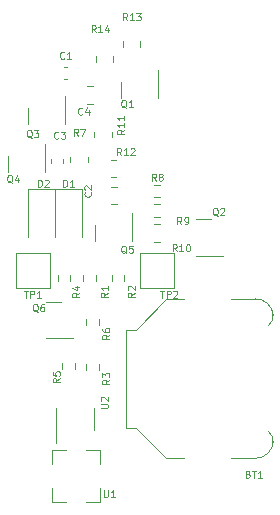
<source format=gbr>
%TF.GenerationSoftware,KiCad,Pcbnew,(6.99.0-907-g90f6edad61)*%
%TF.CreationDate,2022-02-13T13:40:20+01:00*%
%TF.ProjectId,tuxpin,74757870-696e-42e6-9b69-6361645f7063,rev?*%
%TF.SameCoordinates,Original*%
%TF.FileFunction,Legend,Top*%
%TF.FilePolarity,Positive*%
%FSLAX46Y46*%
G04 Gerber Fmt 4.6, Leading zero omitted, Abs format (unit mm)*
G04 Created by KiCad (PCBNEW (6.99.0-907-g90f6edad61)) date 2022-02-13 13:40:20*
%MOMM*%
%LPD*%
G01*
G04 APERTURE LIST*
%ADD10C,0.125000*%
%ADD11C,0.120000*%
G04 APERTURE END LIST*
D10*
%TO.C,Q2*%
X167836857Y-99261571D02*
X167779714Y-99233000D01*
X167779714Y-99233000D02*
X167722571Y-99175857D01*
X167722571Y-99175857D02*
X167636857Y-99090142D01*
X167636857Y-99090142D02*
X167579714Y-99061571D01*
X167579714Y-99061571D02*
X167522571Y-99061571D01*
X167551142Y-99204428D02*
X167494000Y-99175857D01*
X167494000Y-99175857D02*
X167436857Y-99118714D01*
X167436857Y-99118714D02*
X167408285Y-99004428D01*
X167408285Y-99004428D02*
X167408285Y-98804428D01*
X167408285Y-98804428D02*
X167436857Y-98690142D01*
X167436857Y-98690142D02*
X167494000Y-98633000D01*
X167494000Y-98633000D02*
X167551142Y-98604428D01*
X167551142Y-98604428D02*
X167665428Y-98604428D01*
X167665428Y-98604428D02*
X167722571Y-98633000D01*
X167722571Y-98633000D02*
X167779714Y-98690142D01*
X167779714Y-98690142D02*
X167808285Y-98804428D01*
X167808285Y-98804428D02*
X167808285Y-99004428D01*
X167808285Y-99004428D02*
X167779714Y-99118714D01*
X167779714Y-99118714D02*
X167722571Y-99175857D01*
X167722571Y-99175857D02*
X167665428Y-99204428D01*
X167665428Y-99204428D02*
X167551142Y-99204428D01*
X168036856Y-98661571D02*
X168065428Y-98633000D01*
X168065428Y-98633000D02*
X168122571Y-98604428D01*
X168122571Y-98604428D02*
X168265428Y-98604428D01*
X168265428Y-98604428D02*
X168322571Y-98633000D01*
X168322571Y-98633000D02*
X168351142Y-98661571D01*
X168351142Y-98661571D02*
X168379713Y-98718714D01*
X168379713Y-98718714D02*
X168379713Y-98775857D01*
X168379713Y-98775857D02*
X168351142Y-98861571D01*
X168351142Y-98861571D02*
X168008285Y-99204428D01*
X168008285Y-99204428D02*
X168379713Y-99204428D01*
%TO.C,U1*%
X158165857Y-122480428D02*
X158165857Y-122966142D01*
X158165857Y-122966142D02*
X158194428Y-123023285D01*
X158194428Y-123023285D02*
X158223000Y-123051857D01*
X158223000Y-123051857D02*
X158280142Y-123080428D01*
X158280142Y-123080428D02*
X158394428Y-123080428D01*
X158394428Y-123080428D02*
X158451571Y-123051857D01*
X158451571Y-123051857D02*
X158480142Y-123023285D01*
X158480142Y-123023285D02*
X158508714Y-122966142D01*
X158508714Y-122966142D02*
X158508714Y-122480428D01*
X159108713Y-123080428D02*
X158765856Y-123080428D01*
X158937285Y-123080428D02*
X158937285Y-122480428D01*
X158937285Y-122480428D02*
X158880142Y-122566142D01*
X158880142Y-122566142D02*
X158822999Y-122623285D01*
X158822999Y-122623285D02*
X158765856Y-122651857D01*
%TO.C,Q3*%
X152088857Y-92657571D02*
X152031714Y-92629000D01*
X152031714Y-92629000D02*
X151974571Y-92571857D01*
X151974571Y-92571857D02*
X151888857Y-92486142D01*
X151888857Y-92486142D02*
X151831714Y-92457571D01*
X151831714Y-92457571D02*
X151774571Y-92457571D01*
X151803142Y-92600428D02*
X151746000Y-92571857D01*
X151746000Y-92571857D02*
X151688857Y-92514714D01*
X151688857Y-92514714D02*
X151660285Y-92400428D01*
X151660285Y-92400428D02*
X151660285Y-92200428D01*
X151660285Y-92200428D02*
X151688857Y-92086142D01*
X151688857Y-92086142D02*
X151746000Y-92029000D01*
X151746000Y-92029000D02*
X151803142Y-92000428D01*
X151803142Y-92000428D02*
X151917428Y-92000428D01*
X151917428Y-92000428D02*
X151974571Y-92029000D01*
X151974571Y-92029000D02*
X152031714Y-92086142D01*
X152031714Y-92086142D02*
X152060285Y-92200428D01*
X152060285Y-92200428D02*
X152060285Y-92400428D01*
X152060285Y-92400428D02*
X152031714Y-92514714D01*
X152031714Y-92514714D02*
X151974571Y-92571857D01*
X151974571Y-92571857D02*
X151917428Y-92600428D01*
X151917428Y-92600428D02*
X151803142Y-92600428D01*
X152260285Y-92000428D02*
X152631713Y-92000428D01*
X152631713Y-92000428D02*
X152431713Y-92229000D01*
X152431713Y-92229000D02*
X152517428Y-92229000D01*
X152517428Y-92229000D02*
X152574571Y-92257571D01*
X152574571Y-92257571D02*
X152603142Y-92286142D01*
X152603142Y-92286142D02*
X152631713Y-92343285D01*
X152631713Y-92343285D02*
X152631713Y-92486142D01*
X152631713Y-92486142D02*
X152603142Y-92543285D01*
X152603142Y-92543285D02*
X152574571Y-92571857D01*
X152574571Y-92571857D02*
X152517428Y-92600428D01*
X152517428Y-92600428D02*
X152345999Y-92600428D01*
X152345999Y-92600428D02*
X152288856Y-92571857D01*
X152288856Y-92571857D02*
X152260285Y-92543285D01*
%TO.C,R3*%
X158640428Y-113129999D02*
X158354714Y-113329999D01*
X158640428Y-113472856D02*
X158040428Y-113472856D01*
X158040428Y-113472856D02*
X158040428Y-113244285D01*
X158040428Y-113244285D02*
X158069000Y-113187142D01*
X158069000Y-113187142D02*
X158097571Y-113158571D01*
X158097571Y-113158571D02*
X158154714Y-113129999D01*
X158154714Y-113129999D02*
X158240428Y-113129999D01*
X158240428Y-113129999D02*
X158297571Y-113158571D01*
X158297571Y-113158571D02*
X158326142Y-113187142D01*
X158326142Y-113187142D02*
X158354714Y-113244285D01*
X158354714Y-113244285D02*
X158354714Y-113472856D01*
X158040428Y-112929999D02*
X158040428Y-112558571D01*
X158040428Y-112558571D02*
X158269000Y-112758571D01*
X158269000Y-112758571D02*
X158269000Y-112672856D01*
X158269000Y-112672856D02*
X158297571Y-112615714D01*
X158297571Y-112615714D02*
X158326142Y-112587142D01*
X158326142Y-112587142D02*
X158383285Y-112558571D01*
X158383285Y-112558571D02*
X158526142Y-112558571D01*
X158526142Y-112558571D02*
X158583285Y-112587142D01*
X158583285Y-112587142D02*
X158611857Y-112615714D01*
X158611857Y-112615714D02*
X158640428Y-112672856D01*
X158640428Y-112672856D02*
X158640428Y-112844285D01*
X158640428Y-112844285D02*
X158611857Y-112901428D01*
X158611857Y-112901428D02*
X158583285Y-112929999D01*
%TO.C,R10*%
X164333285Y-102252428D02*
X164133285Y-101966714D01*
X163990428Y-102252428D02*
X163990428Y-101652428D01*
X163990428Y-101652428D02*
X164218999Y-101652428D01*
X164218999Y-101652428D02*
X164276142Y-101681000D01*
X164276142Y-101681000D02*
X164304713Y-101709571D01*
X164304713Y-101709571D02*
X164333285Y-101766714D01*
X164333285Y-101766714D02*
X164333285Y-101852428D01*
X164333285Y-101852428D02*
X164304713Y-101909571D01*
X164304713Y-101909571D02*
X164276142Y-101938142D01*
X164276142Y-101938142D02*
X164218999Y-101966714D01*
X164218999Y-101966714D02*
X163990428Y-101966714D01*
X164904713Y-102252428D02*
X164561856Y-102252428D01*
X164733285Y-102252428D02*
X164733285Y-101652428D01*
X164733285Y-101652428D02*
X164676142Y-101738142D01*
X164676142Y-101738142D02*
X164618999Y-101795285D01*
X164618999Y-101795285D02*
X164561856Y-101823857D01*
X165276142Y-101652428D02*
X165333285Y-101652428D01*
X165333285Y-101652428D02*
X165390428Y-101681000D01*
X165390428Y-101681000D02*
X165419000Y-101709571D01*
X165419000Y-101709571D02*
X165447571Y-101766714D01*
X165447571Y-101766714D02*
X165476142Y-101881000D01*
X165476142Y-101881000D02*
X165476142Y-102023857D01*
X165476142Y-102023857D02*
X165447571Y-102138142D01*
X165447571Y-102138142D02*
X165419000Y-102195285D01*
X165419000Y-102195285D02*
X165390428Y-102223857D01*
X165390428Y-102223857D02*
X165333285Y-102252428D01*
X165333285Y-102252428D02*
X165276142Y-102252428D01*
X165276142Y-102252428D02*
X165219000Y-102223857D01*
X165219000Y-102223857D02*
X165190428Y-102195285D01*
X165190428Y-102195285D02*
X165161857Y-102138142D01*
X165161857Y-102138142D02*
X165133285Y-102023857D01*
X165133285Y-102023857D02*
X165133285Y-101881000D01*
X165133285Y-101881000D02*
X165161857Y-101766714D01*
X165161857Y-101766714D02*
X165190428Y-101709571D01*
X165190428Y-101709571D02*
X165219000Y-101681000D01*
X165219000Y-101681000D02*
X165276142Y-101652428D01*
%TO.C,Q6*%
X152596857Y-107389571D02*
X152539714Y-107361000D01*
X152539714Y-107361000D02*
X152482571Y-107303857D01*
X152482571Y-107303857D02*
X152396857Y-107218142D01*
X152396857Y-107218142D02*
X152339714Y-107189571D01*
X152339714Y-107189571D02*
X152282571Y-107189571D01*
X152311142Y-107332428D02*
X152254000Y-107303857D01*
X152254000Y-107303857D02*
X152196857Y-107246714D01*
X152196857Y-107246714D02*
X152168285Y-107132428D01*
X152168285Y-107132428D02*
X152168285Y-106932428D01*
X152168285Y-106932428D02*
X152196857Y-106818142D01*
X152196857Y-106818142D02*
X152254000Y-106761000D01*
X152254000Y-106761000D02*
X152311142Y-106732428D01*
X152311142Y-106732428D02*
X152425428Y-106732428D01*
X152425428Y-106732428D02*
X152482571Y-106761000D01*
X152482571Y-106761000D02*
X152539714Y-106818142D01*
X152539714Y-106818142D02*
X152568285Y-106932428D01*
X152568285Y-106932428D02*
X152568285Y-107132428D01*
X152568285Y-107132428D02*
X152539714Y-107246714D01*
X152539714Y-107246714D02*
X152482571Y-107303857D01*
X152482571Y-107303857D02*
X152425428Y-107332428D01*
X152425428Y-107332428D02*
X152311142Y-107332428D01*
X153082571Y-106732428D02*
X152968285Y-106732428D01*
X152968285Y-106732428D02*
X152911142Y-106761000D01*
X152911142Y-106761000D02*
X152882571Y-106789571D01*
X152882571Y-106789571D02*
X152825428Y-106875285D01*
X152825428Y-106875285D02*
X152796856Y-106989571D01*
X152796856Y-106989571D02*
X152796856Y-107218142D01*
X152796856Y-107218142D02*
X152825428Y-107275285D01*
X152825428Y-107275285D02*
X152853999Y-107303857D01*
X152853999Y-107303857D02*
X152911142Y-107332428D01*
X152911142Y-107332428D02*
X153025428Y-107332428D01*
X153025428Y-107332428D02*
X153082571Y-107303857D01*
X153082571Y-107303857D02*
X153111142Y-107275285D01*
X153111142Y-107275285D02*
X153139713Y-107218142D01*
X153139713Y-107218142D02*
X153139713Y-107075285D01*
X153139713Y-107075285D02*
X153111142Y-107018142D01*
X153111142Y-107018142D02*
X153082571Y-106989571D01*
X153082571Y-106989571D02*
X153025428Y-106961000D01*
X153025428Y-106961000D02*
X152911142Y-106961000D01*
X152911142Y-106961000D02*
X152853999Y-106989571D01*
X152853999Y-106989571D02*
X152825428Y-107018142D01*
X152825428Y-107018142D02*
X152796856Y-107075285D01*
%TO.C,D2*%
X152592143Y-96791428D02*
X152592143Y-96191428D01*
X152592143Y-96191428D02*
X152735000Y-96191428D01*
X152735000Y-96191428D02*
X152820714Y-96220000D01*
X152820714Y-96220000D02*
X152877857Y-96277142D01*
X152877857Y-96277142D02*
X152906428Y-96334285D01*
X152906428Y-96334285D02*
X152935000Y-96448571D01*
X152935000Y-96448571D02*
X152935000Y-96534285D01*
X152935000Y-96534285D02*
X152906428Y-96648571D01*
X152906428Y-96648571D02*
X152877857Y-96705714D01*
X152877857Y-96705714D02*
X152820714Y-96762857D01*
X152820714Y-96762857D02*
X152735000Y-96791428D01*
X152735000Y-96791428D02*
X152592143Y-96791428D01*
X153163571Y-96248571D02*
X153192143Y-96220000D01*
X153192143Y-96220000D02*
X153249286Y-96191428D01*
X153249286Y-96191428D02*
X153392143Y-96191428D01*
X153392143Y-96191428D02*
X153449286Y-96220000D01*
X153449286Y-96220000D02*
X153477857Y-96248571D01*
X153477857Y-96248571D02*
X153506428Y-96305714D01*
X153506428Y-96305714D02*
X153506428Y-96362857D01*
X153506428Y-96362857D02*
X153477857Y-96448571D01*
X153477857Y-96448571D02*
X153135000Y-96791428D01*
X153135000Y-96791428D02*
X153506428Y-96791428D01*
%TO.C,R11*%
X159910428Y-91952714D02*
X159624714Y-92152714D01*
X159910428Y-92295571D02*
X159310428Y-92295571D01*
X159310428Y-92295571D02*
X159310428Y-92067000D01*
X159310428Y-92067000D02*
X159339000Y-92009857D01*
X159339000Y-92009857D02*
X159367571Y-91981286D01*
X159367571Y-91981286D02*
X159424714Y-91952714D01*
X159424714Y-91952714D02*
X159510428Y-91952714D01*
X159510428Y-91952714D02*
X159567571Y-91981286D01*
X159567571Y-91981286D02*
X159596142Y-92009857D01*
X159596142Y-92009857D02*
X159624714Y-92067000D01*
X159624714Y-92067000D02*
X159624714Y-92295571D01*
X159910428Y-91381286D02*
X159910428Y-91724143D01*
X159910428Y-91552714D02*
X159310428Y-91552714D01*
X159310428Y-91552714D02*
X159396142Y-91609857D01*
X159396142Y-91609857D02*
X159453285Y-91667000D01*
X159453285Y-91667000D02*
X159481857Y-91724143D01*
X159910428Y-90809857D02*
X159910428Y-91152714D01*
X159910428Y-90981285D02*
X159310428Y-90981285D01*
X159310428Y-90981285D02*
X159396142Y-91038428D01*
X159396142Y-91038428D02*
X159453285Y-91095571D01*
X159453285Y-91095571D02*
X159481857Y-91152714D01*
%TO.C,TP1*%
X151388856Y-105589428D02*
X151731714Y-105589428D01*
X151560285Y-106189428D02*
X151560285Y-105589428D01*
X151931714Y-106189428D02*
X151931714Y-105589428D01*
X151931714Y-105589428D02*
X152160285Y-105589428D01*
X152160285Y-105589428D02*
X152217428Y-105618000D01*
X152217428Y-105618000D02*
X152245999Y-105646571D01*
X152245999Y-105646571D02*
X152274571Y-105703714D01*
X152274571Y-105703714D02*
X152274571Y-105789428D01*
X152274571Y-105789428D02*
X152245999Y-105846571D01*
X152245999Y-105846571D02*
X152217428Y-105875142D01*
X152217428Y-105875142D02*
X152160285Y-105903714D01*
X152160285Y-105903714D02*
X151931714Y-105903714D01*
X152845999Y-106189428D02*
X152503142Y-106189428D01*
X152674571Y-106189428D02*
X152674571Y-105589428D01*
X152674571Y-105589428D02*
X152617428Y-105675142D01*
X152617428Y-105675142D02*
X152560285Y-105732285D01*
X152560285Y-105732285D02*
X152503142Y-105760857D01*
%TO.C,R9*%
X164746000Y-99966428D02*
X164546000Y-99680714D01*
X164403143Y-99966428D02*
X164403143Y-99366428D01*
X164403143Y-99366428D02*
X164631714Y-99366428D01*
X164631714Y-99366428D02*
X164688857Y-99395000D01*
X164688857Y-99395000D02*
X164717428Y-99423571D01*
X164717428Y-99423571D02*
X164746000Y-99480714D01*
X164746000Y-99480714D02*
X164746000Y-99566428D01*
X164746000Y-99566428D02*
X164717428Y-99623571D01*
X164717428Y-99623571D02*
X164688857Y-99652142D01*
X164688857Y-99652142D02*
X164631714Y-99680714D01*
X164631714Y-99680714D02*
X164403143Y-99680714D01*
X165031714Y-99966428D02*
X165146000Y-99966428D01*
X165146000Y-99966428D02*
X165203143Y-99937857D01*
X165203143Y-99937857D02*
X165231714Y-99909285D01*
X165231714Y-99909285D02*
X165288857Y-99823571D01*
X165288857Y-99823571D02*
X165317428Y-99709285D01*
X165317428Y-99709285D02*
X165317428Y-99480714D01*
X165317428Y-99480714D02*
X165288857Y-99423571D01*
X165288857Y-99423571D02*
X165260286Y-99395000D01*
X165260286Y-99395000D02*
X165203143Y-99366428D01*
X165203143Y-99366428D02*
X165088857Y-99366428D01*
X165088857Y-99366428D02*
X165031714Y-99395000D01*
X165031714Y-99395000D02*
X165003143Y-99423571D01*
X165003143Y-99423571D02*
X164974571Y-99480714D01*
X164974571Y-99480714D02*
X164974571Y-99623571D01*
X164974571Y-99623571D02*
X165003143Y-99680714D01*
X165003143Y-99680714D02*
X165031714Y-99709285D01*
X165031714Y-99709285D02*
X165088857Y-99737857D01*
X165088857Y-99737857D02*
X165203143Y-99737857D01*
X165203143Y-99737857D02*
X165260286Y-99709285D01*
X165260286Y-99709285D02*
X165288857Y-99680714D01*
X165288857Y-99680714D02*
X165317428Y-99623571D01*
%TO.C,R5*%
X154449428Y-113002999D02*
X154163714Y-113202999D01*
X154449428Y-113345856D02*
X153849428Y-113345856D01*
X153849428Y-113345856D02*
X153849428Y-113117285D01*
X153849428Y-113117285D02*
X153878000Y-113060142D01*
X153878000Y-113060142D02*
X153906571Y-113031571D01*
X153906571Y-113031571D02*
X153963714Y-113002999D01*
X153963714Y-113002999D02*
X154049428Y-113002999D01*
X154049428Y-113002999D02*
X154106571Y-113031571D01*
X154106571Y-113031571D02*
X154135142Y-113060142D01*
X154135142Y-113060142D02*
X154163714Y-113117285D01*
X154163714Y-113117285D02*
X154163714Y-113345856D01*
X153849428Y-112460142D02*
X153849428Y-112745856D01*
X153849428Y-112745856D02*
X154135142Y-112774428D01*
X154135142Y-112774428D02*
X154106571Y-112745856D01*
X154106571Y-112745856D02*
X154078000Y-112688714D01*
X154078000Y-112688714D02*
X154078000Y-112545856D01*
X154078000Y-112545856D02*
X154106571Y-112488714D01*
X154106571Y-112488714D02*
X154135142Y-112460142D01*
X154135142Y-112460142D02*
X154192285Y-112431571D01*
X154192285Y-112431571D02*
X154335142Y-112431571D01*
X154335142Y-112431571D02*
X154392285Y-112460142D01*
X154392285Y-112460142D02*
X154420857Y-112488714D01*
X154420857Y-112488714D02*
X154449428Y-112545856D01*
X154449428Y-112545856D02*
X154449428Y-112688714D01*
X154449428Y-112688714D02*
X154420857Y-112745856D01*
X154420857Y-112745856D02*
X154392285Y-112774428D01*
%TO.C,U2*%
X157913428Y-115519142D02*
X158399142Y-115519142D01*
X158399142Y-115519142D02*
X158456285Y-115490571D01*
X158456285Y-115490571D02*
X158484857Y-115462000D01*
X158484857Y-115462000D02*
X158513428Y-115404857D01*
X158513428Y-115404857D02*
X158513428Y-115290571D01*
X158513428Y-115290571D02*
X158484857Y-115233428D01*
X158484857Y-115233428D02*
X158456285Y-115204857D01*
X158456285Y-115204857D02*
X158399142Y-115176285D01*
X158399142Y-115176285D02*
X157913428Y-115176285D01*
X157970571Y-114919143D02*
X157942000Y-114890571D01*
X157942000Y-114890571D02*
X157913428Y-114833429D01*
X157913428Y-114833429D02*
X157913428Y-114690571D01*
X157913428Y-114690571D02*
X157942000Y-114633429D01*
X157942000Y-114633429D02*
X157970571Y-114604857D01*
X157970571Y-114604857D02*
X158027714Y-114576286D01*
X158027714Y-114576286D02*
X158084857Y-114576286D01*
X158084857Y-114576286D02*
X158170571Y-114604857D01*
X158170571Y-114604857D02*
X158513428Y-114947714D01*
X158513428Y-114947714D02*
X158513428Y-114576286D01*
%TO.C,Q5*%
X160089857Y-102436571D02*
X160032714Y-102408000D01*
X160032714Y-102408000D02*
X159975571Y-102350857D01*
X159975571Y-102350857D02*
X159889857Y-102265142D01*
X159889857Y-102265142D02*
X159832714Y-102236571D01*
X159832714Y-102236571D02*
X159775571Y-102236571D01*
X159804142Y-102379428D02*
X159747000Y-102350857D01*
X159747000Y-102350857D02*
X159689857Y-102293714D01*
X159689857Y-102293714D02*
X159661285Y-102179428D01*
X159661285Y-102179428D02*
X159661285Y-101979428D01*
X159661285Y-101979428D02*
X159689857Y-101865142D01*
X159689857Y-101865142D02*
X159747000Y-101808000D01*
X159747000Y-101808000D02*
X159804142Y-101779428D01*
X159804142Y-101779428D02*
X159918428Y-101779428D01*
X159918428Y-101779428D02*
X159975571Y-101808000D01*
X159975571Y-101808000D02*
X160032714Y-101865142D01*
X160032714Y-101865142D02*
X160061285Y-101979428D01*
X160061285Y-101979428D02*
X160061285Y-102179428D01*
X160061285Y-102179428D02*
X160032714Y-102293714D01*
X160032714Y-102293714D02*
X159975571Y-102350857D01*
X159975571Y-102350857D02*
X159918428Y-102379428D01*
X159918428Y-102379428D02*
X159804142Y-102379428D01*
X160604142Y-101779428D02*
X160318428Y-101779428D01*
X160318428Y-101779428D02*
X160289856Y-102065142D01*
X160289856Y-102065142D02*
X160318428Y-102036571D01*
X160318428Y-102036571D02*
X160375571Y-102008000D01*
X160375571Y-102008000D02*
X160518428Y-102008000D01*
X160518428Y-102008000D02*
X160575571Y-102036571D01*
X160575571Y-102036571D02*
X160604142Y-102065142D01*
X160604142Y-102065142D02*
X160632713Y-102122285D01*
X160632713Y-102122285D02*
X160632713Y-102265142D01*
X160632713Y-102265142D02*
X160604142Y-102322285D01*
X160604142Y-102322285D02*
X160575571Y-102350857D01*
X160575571Y-102350857D02*
X160518428Y-102379428D01*
X160518428Y-102379428D02*
X160375571Y-102379428D01*
X160375571Y-102379428D02*
X160318428Y-102350857D01*
X160318428Y-102350857D02*
X160289856Y-102322285D01*
%TO.C,R4*%
X156100428Y-105763999D02*
X155814714Y-105963999D01*
X156100428Y-106106856D02*
X155500428Y-106106856D01*
X155500428Y-106106856D02*
X155500428Y-105878285D01*
X155500428Y-105878285D02*
X155529000Y-105821142D01*
X155529000Y-105821142D02*
X155557571Y-105792571D01*
X155557571Y-105792571D02*
X155614714Y-105763999D01*
X155614714Y-105763999D02*
X155700428Y-105763999D01*
X155700428Y-105763999D02*
X155757571Y-105792571D01*
X155757571Y-105792571D02*
X155786142Y-105821142D01*
X155786142Y-105821142D02*
X155814714Y-105878285D01*
X155814714Y-105878285D02*
X155814714Y-106106856D01*
X155700428Y-105249714D02*
X156100428Y-105249714D01*
X155471857Y-105392571D02*
X155900428Y-105535428D01*
X155900428Y-105535428D02*
X155900428Y-105163999D01*
%TO.C,R12*%
X159634285Y-94124428D02*
X159434285Y-93838714D01*
X159291428Y-94124428D02*
X159291428Y-93524428D01*
X159291428Y-93524428D02*
X159519999Y-93524428D01*
X159519999Y-93524428D02*
X159577142Y-93553000D01*
X159577142Y-93553000D02*
X159605713Y-93581571D01*
X159605713Y-93581571D02*
X159634285Y-93638714D01*
X159634285Y-93638714D02*
X159634285Y-93724428D01*
X159634285Y-93724428D02*
X159605713Y-93781571D01*
X159605713Y-93781571D02*
X159577142Y-93810142D01*
X159577142Y-93810142D02*
X159519999Y-93838714D01*
X159519999Y-93838714D02*
X159291428Y-93838714D01*
X160205713Y-94124428D02*
X159862856Y-94124428D01*
X160034285Y-94124428D02*
X160034285Y-93524428D01*
X160034285Y-93524428D02*
X159977142Y-93610142D01*
X159977142Y-93610142D02*
X159919999Y-93667285D01*
X159919999Y-93667285D02*
X159862856Y-93695857D01*
X160434285Y-93581571D02*
X160462857Y-93553000D01*
X160462857Y-93553000D02*
X160520000Y-93524428D01*
X160520000Y-93524428D02*
X160662857Y-93524428D01*
X160662857Y-93524428D02*
X160720000Y-93553000D01*
X160720000Y-93553000D02*
X160748571Y-93581571D01*
X160748571Y-93581571D02*
X160777142Y-93638714D01*
X160777142Y-93638714D02*
X160777142Y-93695857D01*
X160777142Y-93695857D02*
X160748571Y-93781571D01*
X160748571Y-93781571D02*
X160405714Y-94124428D01*
X160405714Y-94124428D02*
X160777142Y-94124428D01*
%TO.C,R14*%
X157475285Y-83710428D02*
X157275285Y-83424714D01*
X157132428Y-83710428D02*
X157132428Y-83110428D01*
X157132428Y-83110428D02*
X157360999Y-83110428D01*
X157360999Y-83110428D02*
X157418142Y-83139000D01*
X157418142Y-83139000D02*
X157446713Y-83167571D01*
X157446713Y-83167571D02*
X157475285Y-83224714D01*
X157475285Y-83224714D02*
X157475285Y-83310428D01*
X157475285Y-83310428D02*
X157446713Y-83367571D01*
X157446713Y-83367571D02*
X157418142Y-83396142D01*
X157418142Y-83396142D02*
X157360999Y-83424714D01*
X157360999Y-83424714D02*
X157132428Y-83424714D01*
X158046713Y-83710428D02*
X157703856Y-83710428D01*
X157875285Y-83710428D02*
X157875285Y-83110428D01*
X157875285Y-83110428D02*
X157818142Y-83196142D01*
X157818142Y-83196142D02*
X157760999Y-83253285D01*
X157760999Y-83253285D02*
X157703856Y-83281857D01*
X158561000Y-83310428D02*
X158561000Y-83710428D01*
X158418142Y-83081857D02*
X158275285Y-83510428D01*
X158275285Y-83510428D02*
X158646714Y-83510428D01*
%TO.C,R7*%
X155983000Y-92473428D02*
X155783000Y-92187714D01*
X155640143Y-92473428D02*
X155640143Y-91873428D01*
X155640143Y-91873428D02*
X155868714Y-91873428D01*
X155868714Y-91873428D02*
X155925857Y-91902000D01*
X155925857Y-91902000D02*
X155954428Y-91930571D01*
X155954428Y-91930571D02*
X155983000Y-91987714D01*
X155983000Y-91987714D02*
X155983000Y-92073428D01*
X155983000Y-92073428D02*
X155954428Y-92130571D01*
X155954428Y-92130571D02*
X155925857Y-92159142D01*
X155925857Y-92159142D02*
X155868714Y-92187714D01*
X155868714Y-92187714D02*
X155640143Y-92187714D01*
X156183000Y-91873428D02*
X156583000Y-91873428D01*
X156583000Y-91873428D02*
X156325857Y-92473428D01*
%TO.C,R13*%
X160142285Y-82694428D02*
X159942285Y-82408714D01*
X159799428Y-82694428D02*
X159799428Y-82094428D01*
X159799428Y-82094428D02*
X160027999Y-82094428D01*
X160027999Y-82094428D02*
X160085142Y-82123000D01*
X160085142Y-82123000D02*
X160113713Y-82151571D01*
X160113713Y-82151571D02*
X160142285Y-82208714D01*
X160142285Y-82208714D02*
X160142285Y-82294428D01*
X160142285Y-82294428D02*
X160113713Y-82351571D01*
X160113713Y-82351571D02*
X160085142Y-82380142D01*
X160085142Y-82380142D02*
X160027999Y-82408714D01*
X160027999Y-82408714D02*
X159799428Y-82408714D01*
X160713713Y-82694428D02*
X160370856Y-82694428D01*
X160542285Y-82694428D02*
X160542285Y-82094428D01*
X160542285Y-82094428D02*
X160485142Y-82180142D01*
X160485142Y-82180142D02*
X160427999Y-82237285D01*
X160427999Y-82237285D02*
X160370856Y-82265857D01*
X160913714Y-82094428D02*
X161285142Y-82094428D01*
X161285142Y-82094428D02*
X161085142Y-82323000D01*
X161085142Y-82323000D02*
X161170857Y-82323000D01*
X161170857Y-82323000D02*
X161228000Y-82351571D01*
X161228000Y-82351571D02*
X161256571Y-82380142D01*
X161256571Y-82380142D02*
X161285142Y-82437285D01*
X161285142Y-82437285D02*
X161285142Y-82580142D01*
X161285142Y-82580142D02*
X161256571Y-82637285D01*
X161256571Y-82637285D02*
X161228000Y-82665857D01*
X161228000Y-82665857D02*
X161170857Y-82694428D01*
X161170857Y-82694428D02*
X160999428Y-82694428D01*
X160999428Y-82694428D02*
X160942285Y-82665857D01*
X160942285Y-82665857D02*
X160913714Y-82637285D01*
%TO.C,TP2*%
X162945856Y-105589428D02*
X163288714Y-105589428D01*
X163117285Y-106189428D02*
X163117285Y-105589428D01*
X163488714Y-106189428D02*
X163488714Y-105589428D01*
X163488714Y-105589428D02*
X163717285Y-105589428D01*
X163717285Y-105589428D02*
X163774428Y-105618000D01*
X163774428Y-105618000D02*
X163802999Y-105646571D01*
X163802999Y-105646571D02*
X163831571Y-105703714D01*
X163831571Y-105703714D02*
X163831571Y-105789428D01*
X163831571Y-105789428D02*
X163802999Y-105846571D01*
X163802999Y-105846571D02*
X163774428Y-105875142D01*
X163774428Y-105875142D02*
X163717285Y-105903714D01*
X163717285Y-105903714D02*
X163488714Y-105903714D01*
X164060142Y-105646571D02*
X164088714Y-105618000D01*
X164088714Y-105618000D02*
X164145857Y-105589428D01*
X164145857Y-105589428D02*
X164288714Y-105589428D01*
X164288714Y-105589428D02*
X164345857Y-105618000D01*
X164345857Y-105618000D02*
X164374428Y-105646571D01*
X164374428Y-105646571D02*
X164402999Y-105703714D01*
X164402999Y-105703714D02*
X164402999Y-105760857D01*
X164402999Y-105760857D02*
X164374428Y-105846571D01*
X164374428Y-105846571D02*
X164031571Y-106189428D01*
X164031571Y-106189428D02*
X164402999Y-106189428D01*
%TO.C,C1*%
X154840000Y-85906285D02*
X154811428Y-85934857D01*
X154811428Y-85934857D02*
X154725714Y-85963428D01*
X154725714Y-85963428D02*
X154668571Y-85963428D01*
X154668571Y-85963428D02*
X154582857Y-85934857D01*
X154582857Y-85934857D02*
X154525714Y-85877714D01*
X154525714Y-85877714D02*
X154497143Y-85820571D01*
X154497143Y-85820571D02*
X154468571Y-85706285D01*
X154468571Y-85706285D02*
X154468571Y-85620571D01*
X154468571Y-85620571D02*
X154497143Y-85506285D01*
X154497143Y-85506285D02*
X154525714Y-85449142D01*
X154525714Y-85449142D02*
X154582857Y-85392000D01*
X154582857Y-85392000D02*
X154668571Y-85363428D01*
X154668571Y-85363428D02*
X154725714Y-85363428D01*
X154725714Y-85363428D02*
X154811428Y-85392000D01*
X154811428Y-85392000D02*
X154840000Y-85420571D01*
X155411428Y-85963428D02*
X155068571Y-85963428D01*
X155240000Y-85963428D02*
X155240000Y-85363428D01*
X155240000Y-85363428D02*
X155182857Y-85449142D01*
X155182857Y-85449142D02*
X155125714Y-85506285D01*
X155125714Y-85506285D02*
X155068571Y-85534857D01*
%TO.C,R2*%
X160799428Y-105763999D02*
X160513714Y-105963999D01*
X160799428Y-106106856D02*
X160199428Y-106106856D01*
X160199428Y-106106856D02*
X160199428Y-105878285D01*
X160199428Y-105878285D02*
X160228000Y-105821142D01*
X160228000Y-105821142D02*
X160256571Y-105792571D01*
X160256571Y-105792571D02*
X160313714Y-105763999D01*
X160313714Y-105763999D02*
X160399428Y-105763999D01*
X160399428Y-105763999D02*
X160456571Y-105792571D01*
X160456571Y-105792571D02*
X160485142Y-105821142D01*
X160485142Y-105821142D02*
X160513714Y-105878285D01*
X160513714Y-105878285D02*
X160513714Y-106106856D01*
X160256571Y-105535428D02*
X160228000Y-105506856D01*
X160228000Y-105506856D02*
X160199428Y-105449714D01*
X160199428Y-105449714D02*
X160199428Y-105306856D01*
X160199428Y-105306856D02*
X160228000Y-105249714D01*
X160228000Y-105249714D02*
X160256571Y-105221142D01*
X160256571Y-105221142D02*
X160313714Y-105192571D01*
X160313714Y-105192571D02*
X160370857Y-105192571D01*
X160370857Y-105192571D02*
X160456571Y-105221142D01*
X160456571Y-105221142D02*
X160799428Y-105563999D01*
X160799428Y-105563999D02*
X160799428Y-105192571D01*
%TO.C,Q4*%
X150437857Y-96467571D02*
X150380714Y-96439000D01*
X150380714Y-96439000D02*
X150323571Y-96381857D01*
X150323571Y-96381857D02*
X150237857Y-96296142D01*
X150237857Y-96296142D02*
X150180714Y-96267571D01*
X150180714Y-96267571D02*
X150123571Y-96267571D01*
X150152142Y-96410428D02*
X150095000Y-96381857D01*
X150095000Y-96381857D02*
X150037857Y-96324714D01*
X150037857Y-96324714D02*
X150009285Y-96210428D01*
X150009285Y-96210428D02*
X150009285Y-96010428D01*
X150009285Y-96010428D02*
X150037857Y-95896142D01*
X150037857Y-95896142D02*
X150095000Y-95839000D01*
X150095000Y-95839000D02*
X150152142Y-95810428D01*
X150152142Y-95810428D02*
X150266428Y-95810428D01*
X150266428Y-95810428D02*
X150323571Y-95839000D01*
X150323571Y-95839000D02*
X150380714Y-95896142D01*
X150380714Y-95896142D02*
X150409285Y-96010428D01*
X150409285Y-96010428D02*
X150409285Y-96210428D01*
X150409285Y-96210428D02*
X150380714Y-96324714D01*
X150380714Y-96324714D02*
X150323571Y-96381857D01*
X150323571Y-96381857D02*
X150266428Y-96410428D01*
X150266428Y-96410428D02*
X150152142Y-96410428D01*
X150923571Y-96010428D02*
X150923571Y-96410428D01*
X150780713Y-95781857D02*
X150637856Y-96210428D01*
X150637856Y-96210428D02*
X151009285Y-96210428D01*
%TO.C,R6*%
X158640428Y-109319999D02*
X158354714Y-109519999D01*
X158640428Y-109662856D02*
X158040428Y-109662856D01*
X158040428Y-109662856D02*
X158040428Y-109434285D01*
X158040428Y-109434285D02*
X158069000Y-109377142D01*
X158069000Y-109377142D02*
X158097571Y-109348571D01*
X158097571Y-109348571D02*
X158154714Y-109319999D01*
X158154714Y-109319999D02*
X158240428Y-109319999D01*
X158240428Y-109319999D02*
X158297571Y-109348571D01*
X158297571Y-109348571D02*
X158326142Y-109377142D01*
X158326142Y-109377142D02*
X158354714Y-109434285D01*
X158354714Y-109434285D02*
X158354714Y-109662856D01*
X158040428Y-108805714D02*
X158040428Y-108919999D01*
X158040428Y-108919999D02*
X158069000Y-108977142D01*
X158069000Y-108977142D02*
X158097571Y-109005714D01*
X158097571Y-109005714D02*
X158183285Y-109062856D01*
X158183285Y-109062856D02*
X158297571Y-109091428D01*
X158297571Y-109091428D02*
X158526142Y-109091428D01*
X158526142Y-109091428D02*
X158583285Y-109062856D01*
X158583285Y-109062856D02*
X158611857Y-109034285D01*
X158611857Y-109034285D02*
X158640428Y-108977142D01*
X158640428Y-108977142D02*
X158640428Y-108862856D01*
X158640428Y-108862856D02*
X158611857Y-108805714D01*
X158611857Y-108805714D02*
X158583285Y-108777142D01*
X158583285Y-108777142D02*
X158526142Y-108748571D01*
X158526142Y-108748571D02*
X158383285Y-108748571D01*
X158383285Y-108748571D02*
X158326142Y-108777142D01*
X158326142Y-108777142D02*
X158297571Y-108805714D01*
X158297571Y-108805714D02*
X158269000Y-108862856D01*
X158269000Y-108862856D02*
X158269000Y-108977142D01*
X158269000Y-108977142D02*
X158297571Y-109034285D01*
X158297571Y-109034285D02*
X158326142Y-109062856D01*
X158326142Y-109062856D02*
X158383285Y-109091428D01*
%TO.C,R8*%
X162587000Y-96283428D02*
X162387000Y-95997714D01*
X162244143Y-96283428D02*
X162244143Y-95683428D01*
X162244143Y-95683428D02*
X162472714Y-95683428D01*
X162472714Y-95683428D02*
X162529857Y-95712000D01*
X162529857Y-95712000D02*
X162558428Y-95740571D01*
X162558428Y-95740571D02*
X162587000Y-95797714D01*
X162587000Y-95797714D02*
X162587000Y-95883428D01*
X162587000Y-95883428D02*
X162558428Y-95940571D01*
X162558428Y-95940571D02*
X162529857Y-95969142D01*
X162529857Y-95969142D02*
X162472714Y-95997714D01*
X162472714Y-95997714D02*
X162244143Y-95997714D01*
X162929857Y-95940571D02*
X162872714Y-95912000D01*
X162872714Y-95912000D02*
X162844143Y-95883428D01*
X162844143Y-95883428D02*
X162815571Y-95826285D01*
X162815571Y-95826285D02*
X162815571Y-95797714D01*
X162815571Y-95797714D02*
X162844143Y-95740571D01*
X162844143Y-95740571D02*
X162872714Y-95712000D01*
X162872714Y-95712000D02*
X162929857Y-95683428D01*
X162929857Y-95683428D02*
X163044143Y-95683428D01*
X163044143Y-95683428D02*
X163101286Y-95712000D01*
X163101286Y-95712000D02*
X163129857Y-95740571D01*
X163129857Y-95740571D02*
X163158428Y-95797714D01*
X163158428Y-95797714D02*
X163158428Y-95826285D01*
X163158428Y-95826285D02*
X163129857Y-95883428D01*
X163129857Y-95883428D02*
X163101286Y-95912000D01*
X163101286Y-95912000D02*
X163044143Y-95940571D01*
X163044143Y-95940571D02*
X162929857Y-95940571D01*
X162929857Y-95940571D02*
X162872714Y-95969142D01*
X162872714Y-95969142D02*
X162844143Y-95997714D01*
X162844143Y-95997714D02*
X162815571Y-96054857D01*
X162815571Y-96054857D02*
X162815571Y-96169142D01*
X162815571Y-96169142D02*
X162844143Y-96226285D01*
X162844143Y-96226285D02*
X162872714Y-96254857D01*
X162872714Y-96254857D02*
X162929857Y-96283428D01*
X162929857Y-96283428D02*
X163044143Y-96283428D01*
X163044143Y-96283428D02*
X163101286Y-96254857D01*
X163101286Y-96254857D02*
X163129857Y-96226285D01*
X163129857Y-96226285D02*
X163158428Y-96169142D01*
X163158428Y-96169142D02*
X163158428Y-96054857D01*
X163158428Y-96054857D02*
X163129857Y-95997714D01*
X163129857Y-95997714D02*
X163101286Y-95969142D01*
X163101286Y-95969142D02*
X163044143Y-95940571D01*
%TO.C,BT1*%
X170384571Y-121115142D02*
X170470285Y-121143714D01*
X170470285Y-121143714D02*
X170498856Y-121172285D01*
X170498856Y-121172285D02*
X170527428Y-121229428D01*
X170527428Y-121229428D02*
X170527428Y-121315142D01*
X170527428Y-121315142D02*
X170498856Y-121372285D01*
X170498856Y-121372285D02*
X170470285Y-121400857D01*
X170470285Y-121400857D02*
X170413142Y-121429428D01*
X170413142Y-121429428D02*
X170184571Y-121429428D01*
X170184571Y-121429428D02*
X170184571Y-120829428D01*
X170184571Y-120829428D02*
X170384571Y-120829428D01*
X170384571Y-120829428D02*
X170441714Y-120858000D01*
X170441714Y-120858000D02*
X170470285Y-120886571D01*
X170470285Y-120886571D02*
X170498856Y-120943714D01*
X170498856Y-120943714D02*
X170498856Y-121000857D01*
X170498856Y-121000857D02*
X170470285Y-121058000D01*
X170470285Y-121058000D02*
X170441714Y-121086571D01*
X170441714Y-121086571D02*
X170384571Y-121115142D01*
X170384571Y-121115142D02*
X170184571Y-121115142D01*
X170698856Y-120829428D02*
X171041714Y-120829428D01*
X170870285Y-121429428D02*
X170870285Y-120829428D01*
X171555999Y-121429428D02*
X171213142Y-121429428D01*
X171384571Y-121429428D02*
X171384571Y-120829428D01*
X171384571Y-120829428D02*
X171327428Y-120915142D01*
X171327428Y-120915142D02*
X171270285Y-120972285D01*
X171270285Y-120972285D02*
X171213142Y-121000857D01*
%TO.C,Q1*%
X160089857Y-90117571D02*
X160032714Y-90089000D01*
X160032714Y-90089000D02*
X159975571Y-90031857D01*
X159975571Y-90031857D02*
X159889857Y-89946142D01*
X159889857Y-89946142D02*
X159832714Y-89917571D01*
X159832714Y-89917571D02*
X159775571Y-89917571D01*
X159804142Y-90060428D02*
X159747000Y-90031857D01*
X159747000Y-90031857D02*
X159689857Y-89974714D01*
X159689857Y-89974714D02*
X159661285Y-89860428D01*
X159661285Y-89860428D02*
X159661285Y-89660428D01*
X159661285Y-89660428D02*
X159689857Y-89546142D01*
X159689857Y-89546142D02*
X159747000Y-89489000D01*
X159747000Y-89489000D02*
X159804142Y-89460428D01*
X159804142Y-89460428D02*
X159918428Y-89460428D01*
X159918428Y-89460428D02*
X159975571Y-89489000D01*
X159975571Y-89489000D02*
X160032714Y-89546142D01*
X160032714Y-89546142D02*
X160061285Y-89660428D01*
X160061285Y-89660428D02*
X160061285Y-89860428D01*
X160061285Y-89860428D02*
X160032714Y-89974714D01*
X160032714Y-89974714D02*
X159975571Y-90031857D01*
X159975571Y-90031857D02*
X159918428Y-90060428D01*
X159918428Y-90060428D02*
X159804142Y-90060428D01*
X160632713Y-90060428D02*
X160289856Y-90060428D01*
X160461285Y-90060428D02*
X160461285Y-89460428D01*
X160461285Y-89460428D02*
X160404142Y-89546142D01*
X160404142Y-89546142D02*
X160346999Y-89603285D01*
X160346999Y-89603285D02*
X160289856Y-89631857D01*
%TO.C,D1*%
X154751143Y-96791428D02*
X154751143Y-96191428D01*
X154751143Y-96191428D02*
X154894000Y-96191428D01*
X154894000Y-96191428D02*
X154979714Y-96220000D01*
X154979714Y-96220000D02*
X155036857Y-96277142D01*
X155036857Y-96277142D02*
X155065428Y-96334285D01*
X155065428Y-96334285D02*
X155094000Y-96448571D01*
X155094000Y-96448571D02*
X155094000Y-96534285D01*
X155094000Y-96534285D02*
X155065428Y-96648571D01*
X155065428Y-96648571D02*
X155036857Y-96705714D01*
X155036857Y-96705714D02*
X154979714Y-96762857D01*
X154979714Y-96762857D02*
X154894000Y-96791428D01*
X154894000Y-96791428D02*
X154751143Y-96791428D01*
X155665428Y-96791428D02*
X155322571Y-96791428D01*
X155494000Y-96791428D02*
X155494000Y-96191428D01*
X155494000Y-96191428D02*
X155436857Y-96277142D01*
X155436857Y-96277142D02*
X155379714Y-96334285D01*
X155379714Y-96334285D02*
X155322571Y-96362857D01*
%TO.C,C3*%
X154332000Y-92670285D02*
X154303428Y-92698857D01*
X154303428Y-92698857D02*
X154217714Y-92727428D01*
X154217714Y-92727428D02*
X154160571Y-92727428D01*
X154160571Y-92727428D02*
X154074857Y-92698857D01*
X154074857Y-92698857D02*
X154017714Y-92641714D01*
X154017714Y-92641714D02*
X153989143Y-92584571D01*
X153989143Y-92584571D02*
X153960571Y-92470285D01*
X153960571Y-92470285D02*
X153960571Y-92384571D01*
X153960571Y-92384571D02*
X153989143Y-92270285D01*
X153989143Y-92270285D02*
X154017714Y-92213142D01*
X154017714Y-92213142D02*
X154074857Y-92156000D01*
X154074857Y-92156000D02*
X154160571Y-92127428D01*
X154160571Y-92127428D02*
X154217714Y-92127428D01*
X154217714Y-92127428D02*
X154303428Y-92156000D01*
X154303428Y-92156000D02*
X154332000Y-92184571D01*
X154532000Y-92127428D02*
X154903428Y-92127428D01*
X154903428Y-92127428D02*
X154703428Y-92356000D01*
X154703428Y-92356000D02*
X154789143Y-92356000D01*
X154789143Y-92356000D02*
X154846286Y-92384571D01*
X154846286Y-92384571D02*
X154874857Y-92413142D01*
X154874857Y-92413142D02*
X154903428Y-92470285D01*
X154903428Y-92470285D02*
X154903428Y-92613142D01*
X154903428Y-92613142D02*
X154874857Y-92670285D01*
X154874857Y-92670285D02*
X154846286Y-92698857D01*
X154846286Y-92698857D02*
X154789143Y-92727428D01*
X154789143Y-92727428D02*
X154617714Y-92727428D01*
X154617714Y-92727428D02*
X154560571Y-92698857D01*
X154560571Y-92698857D02*
X154532000Y-92670285D01*
%TO.C,C2*%
X157059285Y-97254999D02*
X157087857Y-97283571D01*
X157087857Y-97283571D02*
X157116428Y-97369285D01*
X157116428Y-97369285D02*
X157116428Y-97426428D01*
X157116428Y-97426428D02*
X157087857Y-97512142D01*
X157087857Y-97512142D02*
X157030714Y-97569285D01*
X157030714Y-97569285D02*
X156973571Y-97597856D01*
X156973571Y-97597856D02*
X156859285Y-97626428D01*
X156859285Y-97626428D02*
X156773571Y-97626428D01*
X156773571Y-97626428D02*
X156659285Y-97597856D01*
X156659285Y-97597856D02*
X156602142Y-97569285D01*
X156602142Y-97569285D02*
X156545000Y-97512142D01*
X156545000Y-97512142D02*
X156516428Y-97426428D01*
X156516428Y-97426428D02*
X156516428Y-97369285D01*
X156516428Y-97369285D02*
X156545000Y-97283571D01*
X156545000Y-97283571D02*
X156573571Y-97254999D01*
X156573571Y-97026428D02*
X156545000Y-96997856D01*
X156545000Y-96997856D02*
X156516428Y-96940714D01*
X156516428Y-96940714D02*
X156516428Y-96797856D01*
X156516428Y-96797856D02*
X156545000Y-96740714D01*
X156545000Y-96740714D02*
X156573571Y-96712142D01*
X156573571Y-96712142D02*
X156630714Y-96683571D01*
X156630714Y-96683571D02*
X156687857Y-96683571D01*
X156687857Y-96683571D02*
X156773571Y-96712142D01*
X156773571Y-96712142D02*
X157116428Y-97054999D01*
X157116428Y-97054999D02*
X157116428Y-96683571D01*
%TO.C,C4*%
X156364000Y-90638285D02*
X156335428Y-90666857D01*
X156335428Y-90666857D02*
X156249714Y-90695428D01*
X156249714Y-90695428D02*
X156192571Y-90695428D01*
X156192571Y-90695428D02*
X156106857Y-90666857D01*
X156106857Y-90666857D02*
X156049714Y-90609714D01*
X156049714Y-90609714D02*
X156021143Y-90552571D01*
X156021143Y-90552571D02*
X155992571Y-90438285D01*
X155992571Y-90438285D02*
X155992571Y-90352571D01*
X155992571Y-90352571D02*
X156021143Y-90238285D01*
X156021143Y-90238285D02*
X156049714Y-90181142D01*
X156049714Y-90181142D02*
X156106857Y-90124000D01*
X156106857Y-90124000D02*
X156192571Y-90095428D01*
X156192571Y-90095428D02*
X156249714Y-90095428D01*
X156249714Y-90095428D02*
X156335428Y-90124000D01*
X156335428Y-90124000D02*
X156364000Y-90152571D01*
X156878286Y-90295428D02*
X156878286Y-90695428D01*
X156735428Y-90066857D02*
X156592571Y-90495428D01*
X156592571Y-90495428D02*
X156964000Y-90495428D01*
%TO.C,R1*%
X158513428Y-105763999D02*
X158227714Y-105963999D01*
X158513428Y-106106856D02*
X157913428Y-106106856D01*
X157913428Y-106106856D02*
X157913428Y-105878285D01*
X157913428Y-105878285D02*
X157942000Y-105821142D01*
X157942000Y-105821142D02*
X157970571Y-105792571D01*
X157970571Y-105792571D02*
X158027714Y-105763999D01*
X158027714Y-105763999D02*
X158113428Y-105763999D01*
X158113428Y-105763999D02*
X158170571Y-105792571D01*
X158170571Y-105792571D02*
X158199142Y-105821142D01*
X158199142Y-105821142D02*
X158227714Y-105878285D01*
X158227714Y-105878285D02*
X158227714Y-106106856D01*
X158513428Y-105192571D02*
X158513428Y-105535428D01*
X158513428Y-105363999D02*
X157913428Y-105363999D01*
X157913428Y-105363999D02*
X157999142Y-105421142D01*
X157999142Y-105421142D02*
X158056285Y-105478285D01*
X158056285Y-105478285D02*
X158084857Y-105535428D01*
D11*
%TO.C,Q2*%
X166624000Y-102652000D02*
X168299000Y-102652000D01*
X166624000Y-102652000D02*
X165974000Y-102652000D01*
X166624000Y-99532000D02*
X167274000Y-99532000D01*
X166624000Y-99532000D02*
X165974000Y-99532000D01*
%TO.C,U1*%
X157854000Y-119085000D02*
X156654000Y-119085000D01*
X153804000Y-119085000D02*
X155004000Y-119085000D01*
X153804000Y-119085000D02*
X153804000Y-120285000D01*
X157854000Y-120285000D02*
X157854000Y-119085000D01*
X157854000Y-123485000D02*
X157854000Y-122285000D01*
X157854000Y-123485000D02*
X156654000Y-123485000D01*
X153804000Y-123485000D02*
X153804000Y-122285000D01*
X153804000Y-123485000D02*
X155004000Y-123485000D01*
%TO.C,Q3*%
X154849000Y-90805000D02*
X154849000Y-89130000D01*
X154849000Y-90805000D02*
X154849000Y-91455000D01*
X151729000Y-90805000D02*
X151729000Y-90155000D01*
X151729000Y-90805000D02*
X151729000Y-91455000D01*
%TO.C,R3*%
X156703500Y-112268724D02*
X156703500Y-111759276D01*
X157748500Y-112268724D02*
X157748500Y-111759276D01*
%TO.C,R10*%
X162459936Y-99976000D02*
X162914064Y-99976000D01*
X162459936Y-101446000D02*
X162914064Y-101446000D01*
%TO.C,Q6*%
X153924000Y-109637000D02*
X155599000Y-109637000D01*
X153924000Y-109637000D02*
X153274000Y-109637000D01*
X153924000Y-106517000D02*
X154574000Y-106517000D01*
X153924000Y-106517000D02*
X153274000Y-106517000D01*
%TO.C,D2*%
X154043000Y-96981000D02*
X151773000Y-96981000D01*
X151773000Y-96981000D02*
X151773000Y-101041000D01*
X154043000Y-101041000D02*
X154043000Y-96981000D01*
%TO.C,R11*%
X158850000Y-92117936D02*
X158850000Y-92572064D01*
X157380000Y-92117936D02*
X157380000Y-92572064D01*
%TO.C,TP1*%
X150696000Y-102436000D02*
X153596000Y-102436000D01*
X150696000Y-105336000D02*
X150696000Y-102436000D01*
X153596000Y-102436000D02*
X153596000Y-105336000D01*
X153596000Y-105336000D02*
X150696000Y-105336000D01*
%TO.C,R9*%
X162941724Y-99328500D02*
X162432276Y-99328500D01*
X162941724Y-98283500D02*
X162432276Y-98283500D01*
%TO.C,R5*%
X154671500Y-112252724D02*
X154671500Y-111743276D01*
X155716500Y-112252724D02*
X155716500Y-111743276D01*
%TO.C,U2*%
X157312000Y-117359000D02*
X157312000Y-115559000D01*
X154092000Y-115559000D02*
X154092000Y-118509000D01*
%TO.C,Q5*%
X160564000Y-100711000D02*
X160564000Y-99036000D01*
X160564000Y-100711000D02*
X160564000Y-101361000D01*
X157444000Y-100711000D02*
X157444000Y-100061000D01*
X157444000Y-100711000D02*
X157444000Y-101361000D01*
%TO.C,R4*%
X154290500Y-104775724D02*
X154290500Y-104266276D01*
X155335500Y-104775724D02*
X155335500Y-104266276D01*
%TO.C,R12*%
X159231064Y-95985000D02*
X158776936Y-95985000D01*
X159231064Y-94515000D02*
X158776936Y-94515000D01*
%TO.C,R14*%
X158977000Y-85751936D02*
X158977000Y-86206064D01*
X157507000Y-85751936D02*
X157507000Y-86206064D01*
%TO.C,R7*%
X155348000Y-94715064D02*
X155348000Y-94260936D01*
X156818000Y-94715064D02*
X156818000Y-94260936D01*
%TO.C,R13*%
X159793000Y-84936064D02*
X159793000Y-84481936D01*
X161263000Y-84936064D02*
X161263000Y-84481936D01*
%TO.C,TP2*%
X161237000Y-102436000D02*
X164137000Y-102436000D01*
X161237000Y-105336000D02*
X161237000Y-102436000D01*
X164137000Y-102436000D02*
X164137000Y-105336000D01*
X164137000Y-105336000D02*
X161237000Y-105336000D01*
%TO.C,C1*%
X154793733Y-86612000D02*
X155086267Y-86612000D01*
X154793733Y-87632000D02*
X155086267Y-87632000D01*
%TO.C,R2*%
X158862500Y-104775724D02*
X158862500Y-104266276D01*
X159907500Y-104775724D02*
X159907500Y-104266276D01*
%TO.C,Q4*%
X153198000Y-94869000D02*
X153198000Y-93194000D01*
X153198000Y-94869000D02*
X153198000Y-95519000D01*
X150078000Y-94869000D02*
X150078000Y-94219000D01*
X150078000Y-94869000D02*
X150078000Y-95519000D01*
%TO.C,R6*%
X156703500Y-108458724D02*
X156703500Y-107949276D01*
X157748500Y-108458724D02*
X157748500Y-107949276D01*
%TO.C,R8*%
X162941724Y-97677500D02*
X162432276Y-97677500D01*
X162941724Y-96632500D02*
X162432276Y-96632500D01*
%TO.C,BT1*%
X163469000Y-119780000D02*
X160869000Y-117180000D01*
X164919000Y-119780000D02*
X163469000Y-119780000D01*
X168919000Y-119780000D02*
X171019000Y-119780000D01*
X160069000Y-117180000D02*
X160069000Y-108880000D01*
X160869000Y-117180000D02*
X160069000Y-117180000D01*
X160069000Y-108880000D02*
X160869000Y-108880000D01*
X160869000Y-108880000D02*
X163469000Y-106280000D01*
X163469000Y-106280000D02*
X164919000Y-106280000D01*
X168919000Y-106280000D02*
X171019000Y-106280000D01*
X170969000Y-119780000D02*
G75*
G03*
X172519000Y-118330000I50001J1499999D01*
G01*
X172503160Y-118444615D02*
G75*
G03*
X172119000Y-117530000I-984161J124615D01*
G01*
X172119000Y-108530000D02*
G75*
G03*
X172503160Y-107615385I-600001J790000D01*
G01*
X172519000Y-107730000D02*
G75*
G03*
X170969000Y-106280000I-1499999J-49999D01*
G01*
%TO.C,Q1*%
X162723000Y-88597500D02*
X162723000Y-86922500D01*
X162723000Y-88597500D02*
X162723000Y-89247500D01*
X159603000Y-88597500D02*
X159603000Y-87947500D01*
X159603000Y-88597500D02*
X159603000Y-89247500D01*
%TO.C,D1*%
X156329000Y-96981000D02*
X154059000Y-96981000D01*
X154059000Y-96981000D02*
X154059000Y-101041000D01*
X156329000Y-101041000D02*
X156329000Y-96981000D01*
%TO.C,C3*%
X154688000Y-94468733D02*
X154688000Y-94761267D01*
X153668000Y-94468733D02*
X153668000Y-94761267D01*
%TO.C,C2*%
X159265252Y-98271000D02*
X158742748Y-98271000D01*
X159265252Y-96801000D02*
X158742748Y-96801000D01*
%TO.C,C4*%
X157233252Y-89762000D02*
X156710748Y-89762000D01*
X157233252Y-88292000D02*
X156710748Y-88292000D01*
%TO.C,R1*%
X156449500Y-104775724D02*
X156449500Y-104266276D01*
X157494500Y-104775724D02*
X157494500Y-104266276D01*
%TD*%
M02*

</source>
